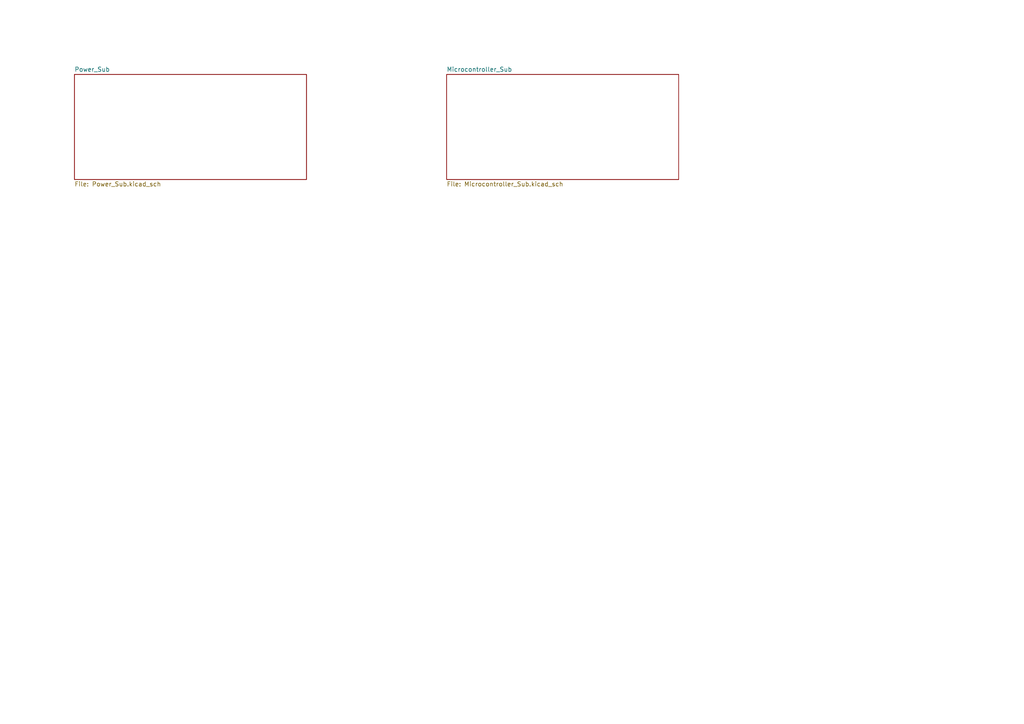
<source format=kicad_sch>
(kicad_sch (version 20230121) (generator eeschema)

  (uuid 4c4b5429-b7a2-420c-b88b-ebe885317a81)

  (paper "A4")

  (title_block
    (title "3088F")
    (date "2023-03-15")
    (rev "power and microcontroller subsystem ")
    (company "university of cape town")
    (comment 1 "Design template for the microcontroller and ")
    (comment 2 "power subsytem to assisst in the functionality of ")
    (comment 3 "an ambent light sensor")
  )

  (lib_symbols
  )


  (sheet (at 21.59 21.59) (size 67.31 30.48) (fields_autoplaced)
    (stroke (width 0.1524) (type solid))
    (fill (color 0 0 0 0.0000))
    (uuid 195e2eec-12dc-472a-be49-839ade856392)
    (property "Sheetname" "Power_Sub" (at 21.59 20.8784 0)
      (effects (font (size 1.27 1.27)) (justify left bottom))
    )
    (property "Sheetfile" "Power_Sub.kicad_sch" (at 21.59 52.6546 0)
      (effects (font (size 1.27 1.27)) (justify left top))
    )
    (instances
      (project "EEE88"
        (path "/4c4b5429-b7a2-420c-b88b-ebe885317a81" (page "2"))
      )
    )
  )

  (sheet (at 129.54 21.59) (size 67.31 30.48) (fields_autoplaced)
    (stroke (width 0.1524) (type solid))
    (fill (color 0 0 0 0.0000))
    (uuid ec34196e-efb6-44ee-aafc-fe35e9339967)
    (property "Sheetname" "Microcontroller_Sub" (at 129.54 20.8784 0)
      (effects (font (size 1.27 1.27)) (justify left bottom))
    )
    (property "Sheetfile" "Microcontroller_Sub.kicad_sch" (at 129.54 52.6546 0)
      (effects (font (size 1.27 1.27)) (justify left top))
    )
    (instances
      (project "EEE88"
        (path "/4c4b5429-b7a2-420c-b88b-ebe885317a81" (page "3"))
      )
    )
  )

  (sheet_instances
    (path "/" (page "1"))
  )
)

</source>
